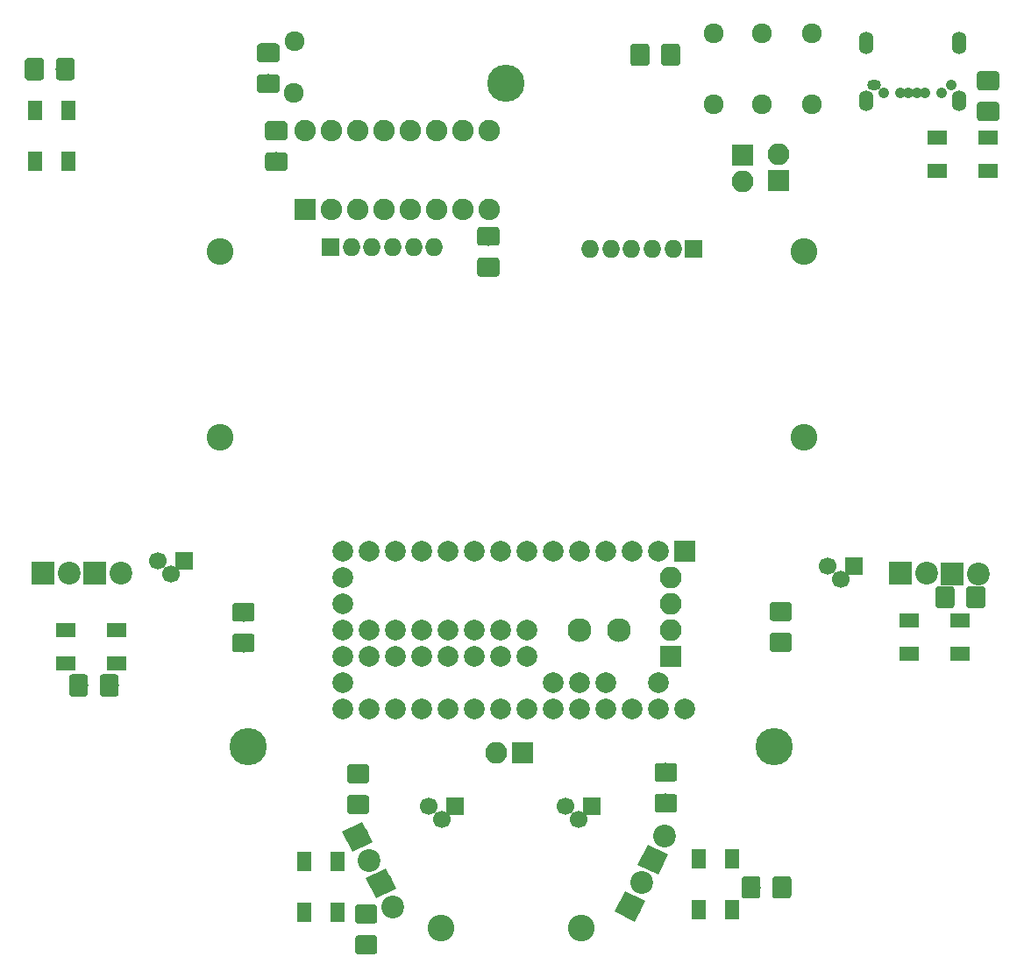
<source format=gbr>
G04 #@! TF.GenerationSoftware,KiCad,Pcbnew,(5.0.0-3-g5ebb6b6)*
G04 #@! TF.CreationDate,2020-04-02T13:12:42-07:00*
G04 #@! TF.ProjectId,mouse_v2,6D6F7573655F76322E6B696361645F70,rev?*
G04 #@! TF.SameCoordinates,Original*
G04 #@! TF.FileFunction,Soldermask,Bot*
G04 #@! TF.FilePolarity,Negative*
%FSLAX46Y46*%
G04 Gerber Fmt 4.6, Leading zero omitted, Abs format (unit mm)*
G04 Created by KiCad (PCBNEW (5.0.0-3-g5ebb6b6)) date Thursday, April 02, 2020 at 01:12:42 PM*
%MOMM*%
%LPD*%
G01*
G04 APERTURE LIST*
%ADD10R,2.200000X2.200000*%
%ADD11C,2.200000*%
%ADD12C,2.584400*%
%ADD13C,0.100000*%
%ADD14R,2.100000X2.100000*%
%ADD15O,2.100000X2.100000*%
%ADD16C,2.000000*%
%ADD17R,2.000000X2.000000*%
%ADD18C,2.300000*%
%ADD19R,2.076400X2.076400*%
%ADD20C,2.076400*%
%ADD21C,1.924000*%
%ADD22R,1.700000X1.700000*%
%ADD23C,1.700000*%
%ADD24R,1.900000X1.400000*%
%ADD25R,1.400000X1.900000*%
%ADD26O,1.750000X1.750000*%
%ADD27R,1.750000X1.750000*%
%ADD28C,1.825000*%
%ADD29C,3.600000*%
%ADD30O,1.400000X2.000000*%
%ADD31C,1.050000*%
%ADD32O,1.350000X1.050000*%
%ADD33O,1.400000X2.200000*%
G04 APERTURE END LIST*
D10*
G04 #@! TO.C,Q2*
X114820189Y-109344845D03*
D11*
X117360189Y-109344845D03*
G04 #@! TD*
G04 #@! TO.C,D0*
X200164700Y-109397800D03*
D10*
X197624700Y-109397800D03*
G04 #@! TD*
D12*
G04 #@! TO.C,M3*
X166782700Y-143624300D03*
X153282700Y-143624300D03*
G04 #@! TD*
D11*
G04 #@! TO.C,Q1*
X174856642Y-134785267D03*
X173723300Y-137058400D03*
D13*
G36*
X174216910Y-138533645D02*
X172248055Y-137552010D01*
X173229690Y-135583155D01*
X175198545Y-136564790D01*
X174216910Y-138533645D01*
X174216910Y-138533645D01*
G37*
G04 #@! TD*
D14*
G04 #@! TO.C,BT1*
X185849260Y-71445120D03*
D15*
X185849260Y-68905120D03*
G04 #@! TD*
D11*
G04 #@! TO.C,D1*
X171500800Y-141566900D03*
D13*
G36*
X171994410Y-143042145D02*
X170025555Y-142060510D01*
X171007190Y-140091655D01*
X172976045Y-141073290D01*
X171994410Y-143042145D01*
X171994410Y-143042145D01*
G37*
D11*
X172634142Y-139293767D03*
G04 #@! TD*
G04 #@! TO.C,D2*
X122377200Y-109334300D03*
D10*
X119837200Y-109334300D03*
G04 #@! TD*
D11*
G04 #@! TO.C,D3*
X147447000Y-139344400D03*
D13*
G36*
X145971755Y-138850790D02*
X147940610Y-137869155D01*
X148922245Y-139838010D01*
X146953390Y-140819645D01*
X145971755Y-138850790D01*
X145971755Y-138850790D01*
G37*
D11*
X148580342Y-141617533D03*
G04 #@! TD*
D10*
G04 #@! TO.C,Q0*
X202637877Y-109413445D03*
D11*
X205177877Y-109413445D03*
G04 #@! TD*
G04 #@! TO.C,Q3*
X146304000Y-137121900D03*
X145170658Y-134848767D03*
D13*
G36*
X143695413Y-134355157D02*
X145664268Y-133373522D01*
X146645903Y-135342377D01*
X144677048Y-136324012D01*
X143695413Y-134355157D01*
X143695413Y-134355157D01*
G37*
G04 #@! TD*
D16*
G04 #@! TO.C,U1*
X143764000Y-114858800D03*
X143764000Y-117398800D03*
X143764000Y-119938800D03*
X143764000Y-122478800D03*
X143764000Y-112318800D03*
X143764000Y-109778800D03*
X143764000Y-107238800D03*
X146304000Y-122478800D03*
X148844000Y-122478800D03*
X151384000Y-122478800D03*
X153924000Y-122478800D03*
X156464000Y-122478800D03*
X159004000Y-122478800D03*
X161544000Y-122478800D03*
X164084000Y-122478800D03*
X166624000Y-122478800D03*
X169164000Y-122478800D03*
X171704000Y-122478800D03*
X174244000Y-122478800D03*
X176784000Y-122478800D03*
X174244000Y-119938800D03*
X169164000Y-119938800D03*
X166624000Y-119938800D03*
X164084000Y-119938800D03*
X146304000Y-107238800D03*
X148844000Y-107238800D03*
X151384000Y-107238800D03*
X153924000Y-107238800D03*
X156464000Y-107238800D03*
X159004000Y-107238800D03*
X161544000Y-107238800D03*
X164084000Y-107238800D03*
X166624000Y-107238800D03*
X169164000Y-107238800D03*
X171704000Y-107238800D03*
X174244000Y-107238800D03*
D17*
X176784000Y-107238800D03*
D16*
X161544000Y-114858800D03*
X159004000Y-114858800D03*
X156464000Y-114858800D03*
X153924000Y-114858800D03*
X151384000Y-114858800D03*
X148844000Y-114858800D03*
X146304000Y-114858800D03*
X146304000Y-117398800D03*
X148844000Y-117398800D03*
X151384000Y-117398800D03*
X153924000Y-117398800D03*
X156464000Y-117398800D03*
X159004000Y-117398800D03*
X161544000Y-117398800D03*
D18*
X166624000Y-114858800D03*
X170434000Y-114858800D03*
G04 #@! TD*
D19*
G04 #@! TO.C,U2*
X140098780Y-74213720D03*
D20*
X142638780Y-74213720D03*
X145178780Y-74213720D03*
X147718780Y-74213720D03*
X150258780Y-74213720D03*
X152798780Y-74213720D03*
X155338780Y-74213720D03*
X157878780Y-74213720D03*
X157878780Y-66593720D03*
X155338780Y-66593720D03*
X152798780Y-66593720D03*
X150258780Y-66593720D03*
X147718780Y-66593720D03*
X145178780Y-66593720D03*
X142638780Y-66593720D03*
X140098780Y-66593720D03*
G04 #@! TD*
D12*
G04 #@! TO.C,M1*
X131873000Y-96274400D03*
X131873000Y-78274400D03*
G04 #@! TD*
G04 #@! TO.C,M2*
X188294000Y-78274400D03*
X188294000Y-96274400D03*
G04 #@! TD*
D21*
G04 #@! TO.C,BZ1*
X139014200Y-62952000D03*
X139064200Y-57952000D03*
G04 #@! TD*
D22*
G04 #@! TO.C,T0*
X193113660Y-108666280D03*
D23*
X190573660Y-108666280D03*
X191843660Y-109936280D03*
G04 #@! TD*
G04 #@! TO.C,T1*
X166504620Y-133167120D03*
X165234620Y-131897120D03*
D22*
X167774620Y-131897120D03*
G04 #@! TD*
D23*
G04 #@! TO.C,T2*
X127205740Y-109466380D03*
X125935740Y-108196380D03*
D22*
X128475740Y-108196380D03*
G04 #@! TD*
G04 #@! TO.C,T3*
X154584400Y-131909820D03*
D23*
X152044400Y-131909820D03*
X153314400Y-133179820D03*
G04 #@! TD*
D15*
G04 #@! TO.C,J2*
X158600140Y-126733300D03*
D14*
X161140140Y-126733300D03*
G04 #@! TD*
G04 #@! TO.C,J4*
X182344060Y-68955920D03*
D15*
X182344060Y-71495920D03*
G04 #@! TD*
D24*
G04 #@! TO.C,D6*
X198494480Y-117139520D03*
X198494480Y-113939520D03*
X203394480Y-117139520D03*
X203394480Y-113939520D03*
G04 #@! TD*
G04 #@! TO.C,D7*
X206066560Y-67289880D03*
X206066560Y-70489880D03*
X201166560Y-67289880D03*
X201166560Y-70489880D03*
G04 #@! TD*
D25*
G04 #@! TO.C,D10*
X117243660Y-69597440D03*
X114043660Y-69597440D03*
X117243660Y-64697440D03*
X114043660Y-64697440D03*
G04 #@! TD*
D24*
G04 #@! TO.C,D11*
X117044300Y-118053920D03*
X117044300Y-114853920D03*
X121944300Y-118053920D03*
X121944300Y-114853920D03*
G04 #@! TD*
D26*
G04 #@! TO.C,U4*
X167655240Y-78038960D03*
X169655240Y-78038960D03*
X171655240Y-78038960D03*
X173655240Y-78038960D03*
X175655240Y-78038960D03*
D27*
X177655240Y-78038960D03*
G04 #@! TD*
G04 #@! TO.C,U5*
X142595600Y-77901800D03*
D26*
X144595600Y-77901800D03*
X146595600Y-77901800D03*
X148595600Y-77901800D03*
X150595600Y-77901800D03*
X152595600Y-77901800D03*
G04 #@! TD*
D13*
G04 #@! TO.C,C1*
G36*
X205509327Y-110617962D02*
X205540407Y-110622572D01*
X205570886Y-110630207D01*
X205600470Y-110640792D01*
X205628874Y-110654226D01*
X205655824Y-110670379D01*
X205681062Y-110689097D01*
X205704343Y-110710197D01*
X205725443Y-110733478D01*
X205744161Y-110758716D01*
X205760314Y-110785666D01*
X205773748Y-110814070D01*
X205784333Y-110843654D01*
X205791968Y-110874133D01*
X205796578Y-110905213D01*
X205798120Y-110936596D01*
X205798120Y-112446244D01*
X205796578Y-112477627D01*
X205791968Y-112508707D01*
X205784333Y-112539186D01*
X205773748Y-112568770D01*
X205760314Y-112597174D01*
X205744161Y-112624124D01*
X205725443Y-112649362D01*
X205704343Y-112672643D01*
X205681062Y-112693743D01*
X205655824Y-112712461D01*
X205628874Y-112728614D01*
X205600470Y-112742048D01*
X205570886Y-112752633D01*
X205540407Y-112760268D01*
X205509327Y-112764878D01*
X205477944Y-112766420D01*
X204293296Y-112766420D01*
X204261913Y-112764878D01*
X204230833Y-112760268D01*
X204200354Y-112752633D01*
X204170770Y-112742048D01*
X204142366Y-112728614D01*
X204115416Y-112712461D01*
X204090178Y-112693743D01*
X204066897Y-112672643D01*
X204045797Y-112649362D01*
X204027079Y-112624124D01*
X204010926Y-112597174D01*
X203997492Y-112568770D01*
X203986907Y-112539186D01*
X203979272Y-112508707D01*
X203974662Y-112477627D01*
X203973120Y-112446244D01*
X203973120Y-110936596D01*
X203974662Y-110905213D01*
X203979272Y-110874133D01*
X203986907Y-110843654D01*
X203997492Y-110814070D01*
X204010926Y-110785666D01*
X204027079Y-110758716D01*
X204045797Y-110733478D01*
X204066897Y-110710197D01*
X204090178Y-110689097D01*
X204115416Y-110670379D01*
X204142366Y-110654226D01*
X204170770Y-110640792D01*
X204200354Y-110630207D01*
X204230833Y-110622572D01*
X204261913Y-110617962D01*
X204293296Y-110616420D01*
X205477944Y-110616420D01*
X205509327Y-110617962D01*
X205509327Y-110617962D01*
G37*
D28*
X204885620Y-111691420D03*
D13*
G36*
X202534327Y-110617962D02*
X202565407Y-110622572D01*
X202595886Y-110630207D01*
X202625470Y-110640792D01*
X202653874Y-110654226D01*
X202680824Y-110670379D01*
X202706062Y-110689097D01*
X202729343Y-110710197D01*
X202750443Y-110733478D01*
X202769161Y-110758716D01*
X202785314Y-110785666D01*
X202798748Y-110814070D01*
X202809333Y-110843654D01*
X202816968Y-110874133D01*
X202821578Y-110905213D01*
X202823120Y-110936596D01*
X202823120Y-112446244D01*
X202821578Y-112477627D01*
X202816968Y-112508707D01*
X202809333Y-112539186D01*
X202798748Y-112568770D01*
X202785314Y-112597174D01*
X202769161Y-112624124D01*
X202750443Y-112649362D01*
X202729343Y-112672643D01*
X202706062Y-112693743D01*
X202680824Y-112712461D01*
X202653874Y-112728614D01*
X202625470Y-112742048D01*
X202595886Y-112752633D01*
X202565407Y-112760268D01*
X202534327Y-112764878D01*
X202502944Y-112766420D01*
X201318296Y-112766420D01*
X201286913Y-112764878D01*
X201255833Y-112760268D01*
X201225354Y-112752633D01*
X201195770Y-112742048D01*
X201167366Y-112728614D01*
X201140416Y-112712461D01*
X201115178Y-112693743D01*
X201091897Y-112672643D01*
X201070797Y-112649362D01*
X201052079Y-112624124D01*
X201035926Y-112597174D01*
X201022492Y-112568770D01*
X201011907Y-112539186D01*
X201004272Y-112508707D01*
X200999662Y-112477627D01*
X200998120Y-112446244D01*
X200998120Y-110936596D01*
X200999662Y-110905213D01*
X201004272Y-110874133D01*
X201011907Y-110843654D01*
X201022492Y-110814070D01*
X201035926Y-110785666D01*
X201052079Y-110758716D01*
X201070797Y-110733478D01*
X201091897Y-110710197D01*
X201115178Y-110689097D01*
X201140416Y-110670379D01*
X201167366Y-110654226D01*
X201195770Y-110640792D01*
X201225354Y-110630207D01*
X201255833Y-110622572D01*
X201286913Y-110617962D01*
X201318296Y-110616420D01*
X202502944Y-110616420D01*
X202534327Y-110617962D01*
X202534327Y-110617962D01*
G37*
D28*
X201910620Y-111691420D03*
G04 #@! TD*
D13*
G04 #@! TO.C,C2*
G36*
X158598947Y-75917362D02*
X158630027Y-75921972D01*
X158660506Y-75929607D01*
X158690090Y-75940192D01*
X158718494Y-75953626D01*
X158745444Y-75969779D01*
X158770682Y-75988497D01*
X158793963Y-76009597D01*
X158815063Y-76032878D01*
X158833781Y-76058116D01*
X158849934Y-76085066D01*
X158863368Y-76113470D01*
X158873953Y-76143054D01*
X158881588Y-76173533D01*
X158886198Y-76204613D01*
X158887740Y-76235996D01*
X158887740Y-77420644D01*
X158886198Y-77452027D01*
X158881588Y-77483107D01*
X158873953Y-77513586D01*
X158863368Y-77543170D01*
X158849934Y-77571574D01*
X158833781Y-77598524D01*
X158815063Y-77623762D01*
X158793963Y-77647043D01*
X158770682Y-77668143D01*
X158745444Y-77686861D01*
X158718494Y-77703014D01*
X158690090Y-77716448D01*
X158660506Y-77727033D01*
X158630027Y-77734668D01*
X158598947Y-77739278D01*
X158567564Y-77740820D01*
X157057916Y-77740820D01*
X157026533Y-77739278D01*
X156995453Y-77734668D01*
X156964974Y-77727033D01*
X156935390Y-77716448D01*
X156906986Y-77703014D01*
X156880036Y-77686861D01*
X156854798Y-77668143D01*
X156831517Y-77647043D01*
X156810417Y-77623762D01*
X156791699Y-77598524D01*
X156775546Y-77571574D01*
X156762112Y-77543170D01*
X156751527Y-77513586D01*
X156743892Y-77483107D01*
X156739282Y-77452027D01*
X156737740Y-77420644D01*
X156737740Y-76235996D01*
X156739282Y-76204613D01*
X156743892Y-76173533D01*
X156751527Y-76143054D01*
X156762112Y-76113470D01*
X156775546Y-76085066D01*
X156791699Y-76058116D01*
X156810417Y-76032878D01*
X156831517Y-76009597D01*
X156854798Y-75988497D01*
X156880036Y-75969779D01*
X156906986Y-75953626D01*
X156935390Y-75940192D01*
X156964974Y-75929607D01*
X156995453Y-75921972D01*
X157026533Y-75917362D01*
X157057916Y-75915820D01*
X158567564Y-75915820D01*
X158598947Y-75917362D01*
X158598947Y-75917362D01*
G37*
D28*
X157812740Y-76828320D03*
D13*
G36*
X158598947Y-78892362D02*
X158630027Y-78896972D01*
X158660506Y-78904607D01*
X158690090Y-78915192D01*
X158718494Y-78928626D01*
X158745444Y-78944779D01*
X158770682Y-78963497D01*
X158793963Y-78984597D01*
X158815063Y-79007878D01*
X158833781Y-79033116D01*
X158849934Y-79060066D01*
X158863368Y-79088470D01*
X158873953Y-79118054D01*
X158881588Y-79148533D01*
X158886198Y-79179613D01*
X158887740Y-79210996D01*
X158887740Y-80395644D01*
X158886198Y-80427027D01*
X158881588Y-80458107D01*
X158873953Y-80488586D01*
X158863368Y-80518170D01*
X158849934Y-80546574D01*
X158833781Y-80573524D01*
X158815063Y-80598762D01*
X158793963Y-80622043D01*
X158770682Y-80643143D01*
X158745444Y-80661861D01*
X158718494Y-80678014D01*
X158690090Y-80691448D01*
X158660506Y-80702033D01*
X158630027Y-80709668D01*
X158598947Y-80714278D01*
X158567564Y-80715820D01*
X157057916Y-80715820D01*
X157026533Y-80714278D01*
X156995453Y-80709668D01*
X156964974Y-80702033D01*
X156935390Y-80691448D01*
X156906986Y-80678014D01*
X156880036Y-80661861D01*
X156854798Y-80643143D01*
X156831517Y-80622043D01*
X156810417Y-80598762D01*
X156791699Y-80573524D01*
X156775546Y-80546574D01*
X156762112Y-80518170D01*
X156751527Y-80488586D01*
X156743892Y-80458107D01*
X156739282Y-80427027D01*
X156737740Y-80395644D01*
X156737740Y-79210996D01*
X156739282Y-79179613D01*
X156743892Y-79148533D01*
X156751527Y-79118054D01*
X156762112Y-79088470D01*
X156775546Y-79060066D01*
X156791699Y-79033116D01*
X156810417Y-79007878D01*
X156831517Y-78984597D01*
X156854798Y-78963497D01*
X156880036Y-78944779D01*
X156906986Y-78928626D01*
X156935390Y-78915192D01*
X156964974Y-78904607D01*
X156995453Y-78896972D01*
X157026533Y-78892362D01*
X157057916Y-78890820D01*
X158567564Y-78890820D01*
X158598947Y-78892362D01*
X158598947Y-78892362D01*
G37*
D28*
X157812740Y-79803320D03*
G04 #@! TD*
D13*
G04 #@! TO.C,C3*
G36*
X138118927Y-68691722D02*
X138150007Y-68696332D01*
X138180486Y-68703967D01*
X138210070Y-68714552D01*
X138238474Y-68727986D01*
X138265424Y-68744139D01*
X138290662Y-68762857D01*
X138313943Y-68783957D01*
X138335043Y-68807238D01*
X138353761Y-68832476D01*
X138369914Y-68859426D01*
X138383348Y-68887830D01*
X138393933Y-68917414D01*
X138401568Y-68947893D01*
X138406178Y-68978973D01*
X138407720Y-69010356D01*
X138407720Y-70195004D01*
X138406178Y-70226387D01*
X138401568Y-70257467D01*
X138393933Y-70287946D01*
X138383348Y-70317530D01*
X138369914Y-70345934D01*
X138353761Y-70372884D01*
X138335043Y-70398122D01*
X138313943Y-70421403D01*
X138290662Y-70442503D01*
X138265424Y-70461221D01*
X138238474Y-70477374D01*
X138210070Y-70490808D01*
X138180486Y-70501393D01*
X138150007Y-70509028D01*
X138118927Y-70513638D01*
X138087544Y-70515180D01*
X136577896Y-70515180D01*
X136546513Y-70513638D01*
X136515433Y-70509028D01*
X136484954Y-70501393D01*
X136455370Y-70490808D01*
X136426966Y-70477374D01*
X136400016Y-70461221D01*
X136374778Y-70442503D01*
X136351497Y-70421403D01*
X136330397Y-70398122D01*
X136311679Y-70372884D01*
X136295526Y-70345934D01*
X136282092Y-70317530D01*
X136271507Y-70287946D01*
X136263872Y-70257467D01*
X136259262Y-70226387D01*
X136257720Y-70195004D01*
X136257720Y-69010356D01*
X136259262Y-68978973D01*
X136263872Y-68947893D01*
X136271507Y-68917414D01*
X136282092Y-68887830D01*
X136295526Y-68859426D01*
X136311679Y-68832476D01*
X136330397Y-68807238D01*
X136351497Y-68783957D01*
X136374778Y-68762857D01*
X136400016Y-68744139D01*
X136426966Y-68727986D01*
X136455370Y-68714552D01*
X136484954Y-68703967D01*
X136515433Y-68696332D01*
X136546513Y-68691722D01*
X136577896Y-68690180D01*
X138087544Y-68690180D01*
X138118927Y-68691722D01*
X138118927Y-68691722D01*
G37*
D28*
X137332720Y-69602680D03*
D13*
G36*
X138118927Y-65716722D02*
X138150007Y-65721332D01*
X138180486Y-65728967D01*
X138210070Y-65739552D01*
X138238474Y-65752986D01*
X138265424Y-65769139D01*
X138290662Y-65787857D01*
X138313943Y-65808957D01*
X138335043Y-65832238D01*
X138353761Y-65857476D01*
X138369914Y-65884426D01*
X138383348Y-65912830D01*
X138393933Y-65942414D01*
X138401568Y-65972893D01*
X138406178Y-66003973D01*
X138407720Y-66035356D01*
X138407720Y-67220004D01*
X138406178Y-67251387D01*
X138401568Y-67282467D01*
X138393933Y-67312946D01*
X138383348Y-67342530D01*
X138369914Y-67370934D01*
X138353761Y-67397884D01*
X138335043Y-67423122D01*
X138313943Y-67446403D01*
X138290662Y-67467503D01*
X138265424Y-67486221D01*
X138238474Y-67502374D01*
X138210070Y-67515808D01*
X138180486Y-67526393D01*
X138150007Y-67534028D01*
X138118927Y-67538638D01*
X138087544Y-67540180D01*
X136577896Y-67540180D01*
X136546513Y-67538638D01*
X136515433Y-67534028D01*
X136484954Y-67526393D01*
X136455370Y-67515808D01*
X136426966Y-67502374D01*
X136400016Y-67486221D01*
X136374778Y-67467503D01*
X136351497Y-67446403D01*
X136330397Y-67423122D01*
X136311679Y-67397884D01*
X136295526Y-67370934D01*
X136282092Y-67342530D01*
X136271507Y-67312946D01*
X136263872Y-67282467D01*
X136259262Y-67251387D01*
X136257720Y-67220004D01*
X136257720Y-66035356D01*
X136259262Y-66003973D01*
X136263872Y-65972893D01*
X136271507Y-65942414D01*
X136282092Y-65912830D01*
X136295526Y-65884426D01*
X136311679Y-65857476D01*
X136330397Y-65832238D01*
X136351497Y-65808957D01*
X136374778Y-65787857D01*
X136400016Y-65769139D01*
X136426966Y-65752986D01*
X136455370Y-65739552D01*
X136484954Y-65728967D01*
X136515433Y-65721332D01*
X136546513Y-65716722D01*
X136577896Y-65715180D01*
X138087544Y-65715180D01*
X138118927Y-65716722D01*
X138118927Y-65716722D01*
G37*
D28*
X137332720Y-66627680D03*
G04 #@! TD*
D13*
G04 #@! TO.C,C4*
G36*
X206869107Y-60878022D02*
X206900187Y-60882632D01*
X206930666Y-60890267D01*
X206960250Y-60900852D01*
X206988654Y-60914286D01*
X207015604Y-60930439D01*
X207040842Y-60949157D01*
X207064123Y-60970257D01*
X207085223Y-60993538D01*
X207103941Y-61018776D01*
X207120094Y-61045726D01*
X207133528Y-61074130D01*
X207144113Y-61103714D01*
X207151748Y-61134193D01*
X207156358Y-61165273D01*
X207157900Y-61196656D01*
X207157900Y-62381304D01*
X207156358Y-62412687D01*
X207151748Y-62443767D01*
X207144113Y-62474246D01*
X207133528Y-62503830D01*
X207120094Y-62532234D01*
X207103941Y-62559184D01*
X207085223Y-62584422D01*
X207064123Y-62607703D01*
X207040842Y-62628803D01*
X207015604Y-62647521D01*
X206988654Y-62663674D01*
X206960250Y-62677108D01*
X206930666Y-62687693D01*
X206900187Y-62695328D01*
X206869107Y-62699938D01*
X206837724Y-62701480D01*
X205328076Y-62701480D01*
X205296693Y-62699938D01*
X205265613Y-62695328D01*
X205235134Y-62687693D01*
X205205550Y-62677108D01*
X205177146Y-62663674D01*
X205150196Y-62647521D01*
X205124958Y-62628803D01*
X205101677Y-62607703D01*
X205080577Y-62584422D01*
X205061859Y-62559184D01*
X205045706Y-62532234D01*
X205032272Y-62503830D01*
X205021687Y-62474246D01*
X205014052Y-62443767D01*
X205009442Y-62412687D01*
X205007900Y-62381304D01*
X205007900Y-61196656D01*
X205009442Y-61165273D01*
X205014052Y-61134193D01*
X205021687Y-61103714D01*
X205032272Y-61074130D01*
X205045706Y-61045726D01*
X205061859Y-61018776D01*
X205080577Y-60993538D01*
X205101677Y-60970257D01*
X205124958Y-60949157D01*
X205150196Y-60930439D01*
X205177146Y-60914286D01*
X205205550Y-60900852D01*
X205235134Y-60890267D01*
X205265613Y-60882632D01*
X205296693Y-60878022D01*
X205328076Y-60876480D01*
X206837724Y-60876480D01*
X206869107Y-60878022D01*
X206869107Y-60878022D01*
G37*
D28*
X206082900Y-61788980D03*
D13*
G36*
X206869107Y-63853022D02*
X206900187Y-63857632D01*
X206930666Y-63865267D01*
X206960250Y-63875852D01*
X206988654Y-63889286D01*
X207015604Y-63905439D01*
X207040842Y-63924157D01*
X207064123Y-63945257D01*
X207085223Y-63968538D01*
X207103941Y-63993776D01*
X207120094Y-64020726D01*
X207133528Y-64049130D01*
X207144113Y-64078714D01*
X207151748Y-64109193D01*
X207156358Y-64140273D01*
X207157900Y-64171656D01*
X207157900Y-65356304D01*
X207156358Y-65387687D01*
X207151748Y-65418767D01*
X207144113Y-65449246D01*
X207133528Y-65478830D01*
X207120094Y-65507234D01*
X207103941Y-65534184D01*
X207085223Y-65559422D01*
X207064123Y-65582703D01*
X207040842Y-65603803D01*
X207015604Y-65622521D01*
X206988654Y-65638674D01*
X206960250Y-65652108D01*
X206930666Y-65662693D01*
X206900187Y-65670328D01*
X206869107Y-65674938D01*
X206837724Y-65676480D01*
X205328076Y-65676480D01*
X205296693Y-65674938D01*
X205265613Y-65670328D01*
X205235134Y-65662693D01*
X205205550Y-65652108D01*
X205177146Y-65638674D01*
X205150196Y-65622521D01*
X205124958Y-65603803D01*
X205101677Y-65582703D01*
X205080577Y-65559422D01*
X205061859Y-65534184D01*
X205045706Y-65507234D01*
X205032272Y-65478830D01*
X205021687Y-65449246D01*
X205014052Y-65418767D01*
X205009442Y-65387687D01*
X205007900Y-65356304D01*
X205007900Y-64171656D01*
X205009442Y-64140273D01*
X205014052Y-64109193D01*
X205021687Y-64078714D01*
X205032272Y-64049130D01*
X205045706Y-64020726D01*
X205061859Y-63993776D01*
X205080577Y-63968538D01*
X205101677Y-63945257D01*
X205124958Y-63924157D01*
X205150196Y-63905439D01*
X205177146Y-63889286D01*
X205205550Y-63875852D01*
X205235134Y-63865267D01*
X205265613Y-63857632D01*
X205296693Y-63853022D01*
X205328076Y-63851480D01*
X206837724Y-63851480D01*
X206869107Y-63853022D01*
X206869107Y-63853022D01*
G37*
D28*
X206082900Y-64763980D03*
G04 #@! TD*
D13*
G04 #@! TO.C,C7*
G36*
X114599527Y-59602062D02*
X114630607Y-59606672D01*
X114661086Y-59614307D01*
X114690670Y-59624892D01*
X114719074Y-59638326D01*
X114746024Y-59654479D01*
X114771262Y-59673197D01*
X114794543Y-59694297D01*
X114815643Y-59717578D01*
X114834361Y-59742816D01*
X114850514Y-59769766D01*
X114863948Y-59798170D01*
X114874533Y-59827754D01*
X114882168Y-59858233D01*
X114886778Y-59889313D01*
X114888320Y-59920696D01*
X114888320Y-61430344D01*
X114886778Y-61461727D01*
X114882168Y-61492807D01*
X114874533Y-61523286D01*
X114863948Y-61552870D01*
X114850514Y-61581274D01*
X114834361Y-61608224D01*
X114815643Y-61633462D01*
X114794543Y-61656743D01*
X114771262Y-61677843D01*
X114746024Y-61696561D01*
X114719074Y-61712714D01*
X114690670Y-61726148D01*
X114661086Y-61736733D01*
X114630607Y-61744368D01*
X114599527Y-61748978D01*
X114568144Y-61750520D01*
X113383496Y-61750520D01*
X113352113Y-61748978D01*
X113321033Y-61744368D01*
X113290554Y-61736733D01*
X113260970Y-61726148D01*
X113232566Y-61712714D01*
X113205616Y-61696561D01*
X113180378Y-61677843D01*
X113157097Y-61656743D01*
X113135997Y-61633462D01*
X113117279Y-61608224D01*
X113101126Y-61581274D01*
X113087692Y-61552870D01*
X113077107Y-61523286D01*
X113069472Y-61492807D01*
X113064862Y-61461727D01*
X113063320Y-61430344D01*
X113063320Y-59920696D01*
X113064862Y-59889313D01*
X113069472Y-59858233D01*
X113077107Y-59827754D01*
X113087692Y-59798170D01*
X113101126Y-59769766D01*
X113117279Y-59742816D01*
X113135997Y-59717578D01*
X113157097Y-59694297D01*
X113180378Y-59673197D01*
X113205616Y-59654479D01*
X113232566Y-59638326D01*
X113260970Y-59624892D01*
X113290554Y-59614307D01*
X113321033Y-59606672D01*
X113352113Y-59602062D01*
X113383496Y-59600520D01*
X114568144Y-59600520D01*
X114599527Y-59602062D01*
X114599527Y-59602062D01*
G37*
D28*
X113975820Y-60675520D03*
D13*
G36*
X117574527Y-59602062D02*
X117605607Y-59606672D01*
X117636086Y-59614307D01*
X117665670Y-59624892D01*
X117694074Y-59638326D01*
X117721024Y-59654479D01*
X117746262Y-59673197D01*
X117769543Y-59694297D01*
X117790643Y-59717578D01*
X117809361Y-59742816D01*
X117825514Y-59769766D01*
X117838948Y-59798170D01*
X117849533Y-59827754D01*
X117857168Y-59858233D01*
X117861778Y-59889313D01*
X117863320Y-59920696D01*
X117863320Y-61430344D01*
X117861778Y-61461727D01*
X117857168Y-61492807D01*
X117849533Y-61523286D01*
X117838948Y-61552870D01*
X117825514Y-61581274D01*
X117809361Y-61608224D01*
X117790643Y-61633462D01*
X117769543Y-61656743D01*
X117746262Y-61677843D01*
X117721024Y-61696561D01*
X117694074Y-61712714D01*
X117665670Y-61726148D01*
X117636086Y-61736733D01*
X117605607Y-61744368D01*
X117574527Y-61748978D01*
X117543144Y-61750520D01*
X116358496Y-61750520D01*
X116327113Y-61748978D01*
X116296033Y-61744368D01*
X116265554Y-61736733D01*
X116235970Y-61726148D01*
X116207566Y-61712714D01*
X116180616Y-61696561D01*
X116155378Y-61677843D01*
X116132097Y-61656743D01*
X116110997Y-61633462D01*
X116092279Y-61608224D01*
X116076126Y-61581274D01*
X116062692Y-61552870D01*
X116052107Y-61523286D01*
X116044472Y-61492807D01*
X116039862Y-61461727D01*
X116038320Y-61430344D01*
X116038320Y-59920696D01*
X116039862Y-59889313D01*
X116044472Y-59858233D01*
X116052107Y-59827754D01*
X116062692Y-59798170D01*
X116076126Y-59769766D01*
X116092279Y-59742816D01*
X116110997Y-59717578D01*
X116132097Y-59694297D01*
X116155378Y-59673197D01*
X116180616Y-59654479D01*
X116207566Y-59638326D01*
X116235970Y-59624892D01*
X116265554Y-59614307D01*
X116296033Y-59606672D01*
X116327113Y-59602062D01*
X116358496Y-59600520D01*
X117543144Y-59600520D01*
X117574527Y-59602062D01*
X117574527Y-59602062D01*
G37*
D28*
X116950820Y-60675520D03*
G04 #@! TD*
D13*
G04 #@! TO.C,C8*
G36*
X118864187Y-119139662D02*
X118895267Y-119144272D01*
X118925746Y-119151907D01*
X118955330Y-119162492D01*
X118983734Y-119175926D01*
X119010684Y-119192079D01*
X119035922Y-119210797D01*
X119059203Y-119231897D01*
X119080303Y-119255178D01*
X119099021Y-119280416D01*
X119115174Y-119307366D01*
X119128608Y-119335770D01*
X119139193Y-119365354D01*
X119146828Y-119395833D01*
X119151438Y-119426913D01*
X119152980Y-119458296D01*
X119152980Y-120967944D01*
X119151438Y-120999327D01*
X119146828Y-121030407D01*
X119139193Y-121060886D01*
X119128608Y-121090470D01*
X119115174Y-121118874D01*
X119099021Y-121145824D01*
X119080303Y-121171062D01*
X119059203Y-121194343D01*
X119035922Y-121215443D01*
X119010684Y-121234161D01*
X118983734Y-121250314D01*
X118955330Y-121263748D01*
X118925746Y-121274333D01*
X118895267Y-121281968D01*
X118864187Y-121286578D01*
X118832804Y-121288120D01*
X117648156Y-121288120D01*
X117616773Y-121286578D01*
X117585693Y-121281968D01*
X117555214Y-121274333D01*
X117525630Y-121263748D01*
X117497226Y-121250314D01*
X117470276Y-121234161D01*
X117445038Y-121215443D01*
X117421757Y-121194343D01*
X117400657Y-121171062D01*
X117381939Y-121145824D01*
X117365786Y-121118874D01*
X117352352Y-121090470D01*
X117341767Y-121060886D01*
X117334132Y-121030407D01*
X117329522Y-120999327D01*
X117327980Y-120967944D01*
X117327980Y-119458296D01*
X117329522Y-119426913D01*
X117334132Y-119395833D01*
X117341767Y-119365354D01*
X117352352Y-119335770D01*
X117365786Y-119307366D01*
X117381939Y-119280416D01*
X117400657Y-119255178D01*
X117421757Y-119231897D01*
X117445038Y-119210797D01*
X117470276Y-119192079D01*
X117497226Y-119175926D01*
X117525630Y-119162492D01*
X117555214Y-119151907D01*
X117585693Y-119144272D01*
X117616773Y-119139662D01*
X117648156Y-119138120D01*
X118832804Y-119138120D01*
X118864187Y-119139662D01*
X118864187Y-119139662D01*
G37*
D28*
X118240480Y-120213120D03*
D13*
G36*
X121839187Y-119139662D02*
X121870267Y-119144272D01*
X121900746Y-119151907D01*
X121930330Y-119162492D01*
X121958734Y-119175926D01*
X121985684Y-119192079D01*
X122010922Y-119210797D01*
X122034203Y-119231897D01*
X122055303Y-119255178D01*
X122074021Y-119280416D01*
X122090174Y-119307366D01*
X122103608Y-119335770D01*
X122114193Y-119365354D01*
X122121828Y-119395833D01*
X122126438Y-119426913D01*
X122127980Y-119458296D01*
X122127980Y-120967944D01*
X122126438Y-120999327D01*
X122121828Y-121030407D01*
X122114193Y-121060886D01*
X122103608Y-121090470D01*
X122090174Y-121118874D01*
X122074021Y-121145824D01*
X122055303Y-121171062D01*
X122034203Y-121194343D01*
X122010922Y-121215443D01*
X121985684Y-121234161D01*
X121958734Y-121250314D01*
X121930330Y-121263748D01*
X121900746Y-121274333D01*
X121870267Y-121281968D01*
X121839187Y-121286578D01*
X121807804Y-121288120D01*
X120623156Y-121288120D01*
X120591773Y-121286578D01*
X120560693Y-121281968D01*
X120530214Y-121274333D01*
X120500630Y-121263748D01*
X120472226Y-121250314D01*
X120445276Y-121234161D01*
X120420038Y-121215443D01*
X120396757Y-121194343D01*
X120375657Y-121171062D01*
X120356939Y-121145824D01*
X120340786Y-121118874D01*
X120327352Y-121090470D01*
X120316767Y-121060886D01*
X120309132Y-121030407D01*
X120304522Y-120999327D01*
X120302980Y-120967944D01*
X120302980Y-119458296D01*
X120304522Y-119426913D01*
X120309132Y-119395833D01*
X120316767Y-119365354D01*
X120327352Y-119335770D01*
X120340786Y-119307366D01*
X120356939Y-119280416D01*
X120375657Y-119255178D01*
X120396757Y-119231897D01*
X120420038Y-119210797D01*
X120445276Y-119192079D01*
X120472226Y-119175926D01*
X120500630Y-119162492D01*
X120530214Y-119151907D01*
X120560693Y-119144272D01*
X120591773Y-119139662D01*
X120623156Y-119138120D01*
X121807804Y-119138120D01*
X121839187Y-119139662D01*
X121839187Y-119139662D01*
G37*
D28*
X121215480Y-120213120D03*
G04 #@! TD*
D13*
G04 #@! TO.C,C10*
G36*
X173075407Y-58227922D02*
X173106487Y-58232532D01*
X173136966Y-58240167D01*
X173166550Y-58250752D01*
X173194954Y-58264186D01*
X173221904Y-58280339D01*
X173247142Y-58299057D01*
X173270423Y-58320157D01*
X173291523Y-58343438D01*
X173310241Y-58368676D01*
X173326394Y-58395626D01*
X173339828Y-58424030D01*
X173350413Y-58453614D01*
X173358048Y-58484093D01*
X173362658Y-58515173D01*
X173364200Y-58546556D01*
X173364200Y-60056204D01*
X173362658Y-60087587D01*
X173358048Y-60118667D01*
X173350413Y-60149146D01*
X173339828Y-60178730D01*
X173326394Y-60207134D01*
X173310241Y-60234084D01*
X173291523Y-60259322D01*
X173270423Y-60282603D01*
X173247142Y-60303703D01*
X173221904Y-60322421D01*
X173194954Y-60338574D01*
X173166550Y-60352008D01*
X173136966Y-60362593D01*
X173106487Y-60370228D01*
X173075407Y-60374838D01*
X173044024Y-60376380D01*
X171859376Y-60376380D01*
X171827993Y-60374838D01*
X171796913Y-60370228D01*
X171766434Y-60362593D01*
X171736850Y-60352008D01*
X171708446Y-60338574D01*
X171681496Y-60322421D01*
X171656258Y-60303703D01*
X171632977Y-60282603D01*
X171611877Y-60259322D01*
X171593159Y-60234084D01*
X171577006Y-60207134D01*
X171563572Y-60178730D01*
X171552987Y-60149146D01*
X171545352Y-60118667D01*
X171540742Y-60087587D01*
X171539200Y-60056204D01*
X171539200Y-58546556D01*
X171540742Y-58515173D01*
X171545352Y-58484093D01*
X171552987Y-58453614D01*
X171563572Y-58424030D01*
X171577006Y-58395626D01*
X171593159Y-58368676D01*
X171611877Y-58343438D01*
X171632977Y-58320157D01*
X171656258Y-58299057D01*
X171681496Y-58280339D01*
X171708446Y-58264186D01*
X171736850Y-58250752D01*
X171766434Y-58240167D01*
X171796913Y-58232532D01*
X171827993Y-58227922D01*
X171859376Y-58226380D01*
X173044024Y-58226380D01*
X173075407Y-58227922D01*
X173075407Y-58227922D01*
G37*
D28*
X172451700Y-59301380D03*
D13*
G36*
X176050407Y-58227922D02*
X176081487Y-58232532D01*
X176111966Y-58240167D01*
X176141550Y-58250752D01*
X176169954Y-58264186D01*
X176196904Y-58280339D01*
X176222142Y-58299057D01*
X176245423Y-58320157D01*
X176266523Y-58343438D01*
X176285241Y-58368676D01*
X176301394Y-58395626D01*
X176314828Y-58424030D01*
X176325413Y-58453614D01*
X176333048Y-58484093D01*
X176337658Y-58515173D01*
X176339200Y-58546556D01*
X176339200Y-60056204D01*
X176337658Y-60087587D01*
X176333048Y-60118667D01*
X176325413Y-60149146D01*
X176314828Y-60178730D01*
X176301394Y-60207134D01*
X176285241Y-60234084D01*
X176266523Y-60259322D01*
X176245423Y-60282603D01*
X176222142Y-60303703D01*
X176196904Y-60322421D01*
X176169954Y-60338574D01*
X176141550Y-60352008D01*
X176111966Y-60362593D01*
X176081487Y-60370228D01*
X176050407Y-60374838D01*
X176019024Y-60376380D01*
X174834376Y-60376380D01*
X174802993Y-60374838D01*
X174771913Y-60370228D01*
X174741434Y-60362593D01*
X174711850Y-60352008D01*
X174683446Y-60338574D01*
X174656496Y-60322421D01*
X174631258Y-60303703D01*
X174607977Y-60282603D01*
X174586877Y-60259322D01*
X174568159Y-60234084D01*
X174552006Y-60207134D01*
X174538572Y-60178730D01*
X174527987Y-60149146D01*
X174520352Y-60118667D01*
X174515742Y-60087587D01*
X174514200Y-60056204D01*
X174514200Y-58546556D01*
X174515742Y-58515173D01*
X174520352Y-58484093D01*
X174527987Y-58453614D01*
X174538572Y-58424030D01*
X174552006Y-58395626D01*
X174568159Y-58368676D01*
X174586877Y-58343438D01*
X174607977Y-58320157D01*
X174631258Y-58299057D01*
X174656496Y-58280339D01*
X174683446Y-58264186D01*
X174711850Y-58250752D01*
X174741434Y-58240167D01*
X174771913Y-58232532D01*
X174802993Y-58227922D01*
X174834376Y-58226380D01*
X176019024Y-58226380D01*
X176050407Y-58227922D01*
X176050407Y-58227922D01*
G37*
D28*
X175426700Y-59301380D03*
G04 #@! TD*
D13*
G04 #@! TO.C,C11*
G36*
X146815887Y-144360862D02*
X146846967Y-144365472D01*
X146877446Y-144373107D01*
X146907030Y-144383692D01*
X146935434Y-144397126D01*
X146962384Y-144413279D01*
X146987622Y-144431997D01*
X147010903Y-144453097D01*
X147032003Y-144476378D01*
X147050721Y-144501616D01*
X147066874Y-144528566D01*
X147080308Y-144556970D01*
X147090893Y-144586554D01*
X147098528Y-144617033D01*
X147103138Y-144648113D01*
X147104680Y-144679496D01*
X147104680Y-145864144D01*
X147103138Y-145895527D01*
X147098528Y-145926607D01*
X147090893Y-145957086D01*
X147080308Y-145986670D01*
X147066874Y-146015074D01*
X147050721Y-146042024D01*
X147032003Y-146067262D01*
X147010903Y-146090543D01*
X146987622Y-146111643D01*
X146962384Y-146130361D01*
X146935434Y-146146514D01*
X146907030Y-146159948D01*
X146877446Y-146170533D01*
X146846967Y-146178168D01*
X146815887Y-146182778D01*
X146784504Y-146184320D01*
X145274856Y-146184320D01*
X145243473Y-146182778D01*
X145212393Y-146178168D01*
X145181914Y-146170533D01*
X145152330Y-146159948D01*
X145123926Y-146146514D01*
X145096976Y-146130361D01*
X145071738Y-146111643D01*
X145048457Y-146090543D01*
X145027357Y-146067262D01*
X145008639Y-146042024D01*
X144992486Y-146015074D01*
X144979052Y-145986670D01*
X144968467Y-145957086D01*
X144960832Y-145926607D01*
X144956222Y-145895527D01*
X144954680Y-145864144D01*
X144954680Y-144679496D01*
X144956222Y-144648113D01*
X144960832Y-144617033D01*
X144968467Y-144586554D01*
X144979052Y-144556970D01*
X144992486Y-144528566D01*
X145008639Y-144501616D01*
X145027357Y-144476378D01*
X145048457Y-144453097D01*
X145071738Y-144431997D01*
X145096976Y-144413279D01*
X145123926Y-144397126D01*
X145152330Y-144383692D01*
X145181914Y-144373107D01*
X145212393Y-144365472D01*
X145243473Y-144360862D01*
X145274856Y-144359320D01*
X146784504Y-144359320D01*
X146815887Y-144360862D01*
X146815887Y-144360862D01*
G37*
D28*
X146029680Y-145271820D03*
D13*
G36*
X146815887Y-141385862D02*
X146846967Y-141390472D01*
X146877446Y-141398107D01*
X146907030Y-141408692D01*
X146935434Y-141422126D01*
X146962384Y-141438279D01*
X146987622Y-141456997D01*
X147010903Y-141478097D01*
X147032003Y-141501378D01*
X147050721Y-141526616D01*
X147066874Y-141553566D01*
X147080308Y-141581970D01*
X147090893Y-141611554D01*
X147098528Y-141642033D01*
X147103138Y-141673113D01*
X147104680Y-141704496D01*
X147104680Y-142889144D01*
X147103138Y-142920527D01*
X147098528Y-142951607D01*
X147090893Y-142982086D01*
X147080308Y-143011670D01*
X147066874Y-143040074D01*
X147050721Y-143067024D01*
X147032003Y-143092262D01*
X147010903Y-143115543D01*
X146987622Y-143136643D01*
X146962384Y-143155361D01*
X146935434Y-143171514D01*
X146907030Y-143184948D01*
X146877446Y-143195533D01*
X146846967Y-143203168D01*
X146815887Y-143207778D01*
X146784504Y-143209320D01*
X145274856Y-143209320D01*
X145243473Y-143207778D01*
X145212393Y-143203168D01*
X145181914Y-143195533D01*
X145152330Y-143184948D01*
X145123926Y-143171514D01*
X145096976Y-143155361D01*
X145071738Y-143136643D01*
X145048457Y-143115543D01*
X145027357Y-143092262D01*
X145008639Y-143067024D01*
X144992486Y-143040074D01*
X144979052Y-143011670D01*
X144968467Y-142982086D01*
X144960832Y-142951607D01*
X144956222Y-142920527D01*
X144954680Y-142889144D01*
X144954680Y-141704496D01*
X144956222Y-141673113D01*
X144960832Y-141642033D01*
X144968467Y-141611554D01*
X144979052Y-141581970D01*
X144992486Y-141553566D01*
X145008639Y-141526616D01*
X145027357Y-141501378D01*
X145048457Y-141478097D01*
X145071738Y-141456997D01*
X145096976Y-141438279D01*
X145123926Y-141422126D01*
X145152330Y-141408692D01*
X145181914Y-141398107D01*
X145212393Y-141390472D01*
X145243473Y-141385862D01*
X145274856Y-141384320D01*
X146784504Y-141384320D01*
X146815887Y-141385862D01*
X146815887Y-141385862D01*
G37*
D28*
X146029680Y-142296820D03*
G04 #@! TD*
D13*
G04 #@! TO.C,C12*
G36*
X183809447Y-138651942D02*
X183840527Y-138656552D01*
X183871006Y-138664187D01*
X183900590Y-138674772D01*
X183928994Y-138688206D01*
X183955944Y-138704359D01*
X183981182Y-138723077D01*
X184004463Y-138744177D01*
X184025563Y-138767458D01*
X184044281Y-138792696D01*
X184060434Y-138819646D01*
X184073868Y-138848050D01*
X184084453Y-138877634D01*
X184092088Y-138908113D01*
X184096698Y-138939193D01*
X184098240Y-138970576D01*
X184098240Y-140480224D01*
X184096698Y-140511607D01*
X184092088Y-140542687D01*
X184084453Y-140573166D01*
X184073868Y-140602750D01*
X184060434Y-140631154D01*
X184044281Y-140658104D01*
X184025563Y-140683342D01*
X184004463Y-140706623D01*
X183981182Y-140727723D01*
X183955944Y-140746441D01*
X183928994Y-140762594D01*
X183900590Y-140776028D01*
X183871006Y-140786613D01*
X183840527Y-140794248D01*
X183809447Y-140798858D01*
X183778064Y-140800400D01*
X182593416Y-140800400D01*
X182562033Y-140798858D01*
X182530953Y-140794248D01*
X182500474Y-140786613D01*
X182470890Y-140776028D01*
X182442486Y-140762594D01*
X182415536Y-140746441D01*
X182390298Y-140727723D01*
X182367017Y-140706623D01*
X182345917Y-140683342D01*
X182327199Y-140658104D01*
X182311046Y-140631154D01*
X182297612Y-140602750D01*
X182287027Y-140573166D01*
X182279392Y-140542687D01*
X182274782Y-140511607D01*
X182273240Y-140480224D01*
X182273240Y-138970576D01*
X182274782Y-138939193D01*
X182279392Y-138908113D01*
X182287027Y-138877634D01*
X182297612Y-138848050D01*
X182311046Y-138819646D01*
X182327199Y-138792696D01*
X182345917Y-138767458D01*
X182367017Y-138744177D01*
X182390298Y-138723077D01*
X182415536Y-138704359D01*
X182442486Y-138688206D01*
X182470890Y-138674772D01*
X182500474Y-138664187D01*
X182530953Y-138656552D01*
X182562033Y-138651942D01*
X182593416Y-138650400D01*
X183778064Y-138650400D01*
X183809447Y-138651942D01*
X183809447Y-138651942D01*
G37*
D28*
X183185740Y-139725400D03*
D13*
G36*
X186784447Y-138651942D02*
X186815527Y-138656552D01*
X186846006Y-138664187D01*
X186875590Y-138674772D01*
X186903994Y-138688206D01*
X186930944Y-138704359D01*
X186956182Y-138723077D01*
X186979463Y-138744177D01*
X187000563Y-138767458D01*
X187019281Y-138792696D01*
X187035434Y-138819646D01*
X187048868Y-138848050D01*
X187059453Y-138877634D01*
X187067088Y-138908113D01*
X187071698Y-138939193D01*
X187073240Y-138970576D01*
X187073240Y-140480224D01*
X187071698Y-140511607D01*
X187067088Y-140542687D01*
X187059453Y-140573166D01*
X187048868Y-140602750D01*
X187035434Y-140631154D01*
X187019281Y-140658104D01*
X187000563Y-140683342D01*
X186979463Y-140706623D01*
X186956182Y-140727723D01*
X186930944Y-140746441D01*
X186903994Y-140762594D01*
X186875590Y-140776028D01*
X186846006Y-140786613D01*
X186815527Y-140794248D01*
X186784447Y-140798858D01*
X186753064Y-140800400D01*
X185568416Y-140800400D01*
X185537033Y-140798858D01*
X185505953Y-140794248D01*
X185475474Y-140786613D01*
X185445890Y-140776028D01*
X185417486Y-140762594D01*
X185390536Y-140746441D01*
X185365298Y-140727723D01*
X185342017Y-140706623D01*
X185320917Y-140683342D01*
X185302199Y-140658104D01*
X185286046Y-140631154D01*
X185272612Y-140602750D01*
X185262027Y-140573166D01*
X185254392Y-140542687D01*
X185249782Y-140511607D01*
X185248240Y-140480224D01*
X185248240Y-138970576D01*
X185249782Y-138939193D01*
X185254392Y-138908113D01*
X185262027Y-138877634D01*
X185272612Y-138848050D01*
X185286046Y-138819646D01*
X185302199Y-138792696D01*
X185320917Y-138767458D01*
X185342017Y-138744177D01*
X185365298Y-138723077D01*
X185390536Y-138704359D01*
X185417486Y-138688206D01*
X185445890Y-138674772D01*
X185475474Y-138664187D01*
X185505953Y-138656552D01*
X185537033Y-138651942D01*
X185568416Y-138650400D01*
X186753064Y-138650400D01*
X186784447Y-138651942D01*
X186784447Y-138651942D01*
G37*
D28*
X186160740Y-139725400D03*
G04 #@! TD*
D25*
G04 #@! TO.C,D4*
X143225320Y-142142380D03*
X140025320Y-142142380D03*
X143225320Y-137242380D03*
X140025320Y-137242380D03*
G04 #@! TD*
G04 #@! TO.C,D5*
X178163420Y-136945200D03*
X181363420Y-136945200D03*
X178163420Y-141845200D03*
X181363420Y-141845200D03*
G04 #@! TD*
D13*
G04 #@! TO.C,R20*
G36*
X137351847Y-58188162D02*
X137382927Y-58192772D01*
X137413406Y-58200407D01*
X137442990Y-58210992D01*
X137471394Y-58224426D01*
X137498344Y-58240579D01*
X137523582Y-58259297D01*
X137546863Y-58280397D01*
X137567963Y-58303678D01*
X137586681Y-58328916D01*
X137602834Y-58355866D01*
X137616268Y-58384270D01*
X137626853Y-58413854D01*
X137634488Y-58444333D01*
X137639098Y-58475413D01*
X137640640Y-58506796D01*
X137640640Y-59691444D01*
X137639098Y-59722827D01*
X137634488Y-59753907D01*
X137626853Y-59784386D01*
X137616268Y-59813970D01*
X137602834Y-59842374D01*
X137586681Y-59869324D01*
X137567963Y-59894562D01*
X137546863Y-59917843D01*
X137523582Y-59938943D01*
X137498344Y-59957661D01*
X137471394Y-59973814D01*
X137442990Y-59987248D01*
X137413406Y-59997833D01*
X137382927Y-60005468D01*
X137351847Y-60010078D01*
X137320464Y-60011620D01*
X135810816Y-60011620D01*
X135779433Y-60010078D01*
X135748353Y-60005468D01*
X135717874Y-59997833D01*
X135688290Y-59987248D01*
X135659886Y-59973814D01*
X135632936Y-59957661D01*
X135607698Y-59938943D01*
X135584417Y-59917843D01*
X135563317Y-59894562D01*
X135544599Y-59869324D01*
X135528446Y-59842374D01*
X135515012Y-59813970D01*
X135504427Y-59784386D01*
X135496792Y-59753907D01*
X135492182Y-59722827D01*
X135490640Y-59691444D01*
X135490640Y-58506796D01*
X135492182Y-58475413D01*
X135496792Y-58444333D01*
X135504427Y-58413854D01*
X135515012Y-58384270D01*
X135528446Y-58355866D01*
X135544599Y-58328916D01*
X135563317Y-58303678D01*
X135584417Y-58280397D01*
X135607698Y-58259297D01*
X135632936Y-58240579D01*
X135659886Y-58224426D01*
X135688290Y-58210992D01*
X135717874Y-58200407D01*
X135748353Y-58192772D01*
X135779433Y-58188162D01*
X135810816Y-58186620D01*
X137320464Y-58186620D01*
X137351847Y-58188162D01*
X137351847Y-58188162D01*
G37*
D28*
X136565640Y-59099120D03*
D13*
G36*
X137351847Y-61163162D02*
X137382927Y-61167772D01*
X137413406Y-61175407D01*
X137442990Y-61185992D01*
X137471394Y-61199426D01*
X137498344Y-61215579D01*
X137523582Y-61234297D01*
X137546863Y-61255397D01*
X137567963Y-61278678D01*
X137586681Y-61303916D01*
X137602834Y-61330866D01*
X137616268Y-61359270D01*
X137626853Y-61388854D01*
X137634488Y-61419333D01*
X137639098Y-61450413D01*
X137640640Y-61481796D01*
X137640640Y-62666444D01*
X137639098Y-62697827D01*
X137634488Y-62728907D01*
X137626853Y-62759386D01*
X137616268Y-62788970D01*
X137602834Y-62817374D01*
X137586681Y-62844324D01*
X137567963Y-62869562D01*
X137546863Y-62892843D01*
X137523582Y-62913943D01*
X137498344Y-62932661D01*
X137471394Y-62948814D01*
X137442990Y-62962248D01*
X137413406Y-62972833D01*
X137382927Y-62980468D01*
X137351847Y-62985078D01*
X137320464Y-62986620D01*
X135810816Y-62986620D01*
X135779433Y-62985078D01*
X135748353Y-62980468D01*
X135717874Y-62972833D01*
X135688290Y-62962248D01*
X135659886Y-62948814D01*
X135632936Y-62932661D01*
X135607698Y-62913943D01*
X135584417Y-62892843D01*
X135563317Y-62869562D01*
X135544599Y-62844324D01*
X135528446Y-62817374D01*
X135515012Y-62788970D01*
X135504427Y-62759386D01*
X135496792Y-62728907D01*
X135492182Y-62697827D01*
X135490640Y-62666444D01*
X135490640Y-61481796D01*
X135492182Y-61450413D01*
X135496792Y-61419333D01*
X135504427Y-61388854D01*
X135515012Y-61359270D01*
X135528446Y-61330866D01*
X135544599Y-61303916D01*
X135563317Y-61278678D01*
X135584417Y-61255397D01*
X135607698Y-61234297D01*
X135632936Y-61215579D01*
X135659886Y-61199426D01*
X135688290Y-61185992D01*
X135717874Y-61175407D01*
X135748353Y-61167772D01*
X135779433Y-61163162D01*
X135810816Y-61161620D01*
X137320464Y-61161620D01*
X137351847Y-61163162D01*
X137351847Y-61163162D01*
G37*
D28*
X136565640Y-62074120D03*
G04 #@! TD*
D29*
G04 #@! TO.C,MH1*
X185409840Y-126169420D03*
G04 #@! TD*
G04 #@! TO.C,MH2*
X134660640Y-126136400D03*
G04 #@! TD*
D13*
G04 #@! TO.C,R1*
G36*
X186843747Y-112170782D02*
X186874827Y-112175392D01*
X186905306Y-112183027D01*
X186934890Y-112193612D01*
X186963294Y-112207046D01*
X186990244Y-112223199D01*
X187015482Y-112241917D01*
X187038763Y-112263017D01*
X187059863Y-112286298D01*
X187078581Y-112311536D01*
X187094734Y-112338486D01*
X187108168Y-112366890D01*
X187118753Y-112396474D01*
X187126388Y-112426953D01*
X187130998Y-112458033D01*
X187132540Y-112489416D01*
X187132540Y-113674064D01*
X187130998Y-113705447D01*
X187126388Y-113736527D01*
X187118753Y-113767006D01*
X187108168Y-113796590D01*
X187094734Y-113824994D01*
X187078581Y-113851944D01*
X187059863Y-113877182D01*
X187038763Y-113900463D01*
X187015482Y-113921563D01*
X186990244Y-113940281D01*
X186963294Y-113956434D01*
X186934890Y-113969868D01*
X186905306Y-113980453D01*
X186874827Y-113988088D01*
X186843747Y-113992698D01*
X186812364Y-113994240D01*
X185302716Y-113994240D01*
X185271333Y-113992698D01*
X185240253Y-113988088D01*
X185209774Y-113980453D01*
X185180190Y-113969868D01*
X185151786Y-113956434D01*
X185124836Y-113940281D01*
X185099598Y-113921563D01*
X185076317Y-113900463D01*
X185055217Y-113877182D01*
X185036499Y-113851944D01*
X185020346Y-113824994D01*
X185006912Y-113796590D01*
X184996327Y-113767006D01*
X184988692Y-113736527D01*
X184984082Y-113705447D01*
X184982540Y-113674064D01*
X184982540Y-112489416D01*
X184984082Y-112458033D01*
X184988692Y-112426953D01*
X184996327Y-112396474D01*
X185006912Y-112366890D01*
X185020346Y-112338486D01*
X185036499Y-112311536D01*
X185055217Y-112286298D01*
X185076317Y-112263017D01*
X185099598Y-112241917D01*
X185124836Y-112223199D01*
X185151786Y-112207046D01*
X185180190Y-112193612D01*
X185209774Y-112183027D01*
X185240253Y-112175392D01*
X185271333Y-112170782D01*
X185302716Y-112169240D01*
X186812364Y-112169240D01*
X186843747Y-112170782D01*
X186843747Y-112170782D01*
G37*
D28*
X186057540Y-113081740D03*
D13*
G36*
X186843747Y-115145782D02*
X186874827Y-115150392D01*
X186905306Y-115158027D01*
X186934890Y-115168612D01*
X186963294Y-115182046D01*
X186990244Y-115198199D01*
X187015482Y-115216917D01*
X187038763Y-115238017D01*
X187059863Y-115261298D01*
X187078581Y-115286536D01*
X187094734Y-115313486D01*
X187108168Y-115341890D01*
X187118753Y-115371474D01*
X187126388Y-115401953D01*
X187130998Y-115433033D01*
X187132540Y-115464416D01*
X187132540Y-116649064D01*
X187130998Y-116680447D01*
X187126388Y-116711527D01*
X187118753Y-116742006D01*
X187108168Y-116771590D01*
X187094734Y-116799994D01*
X187078581Y-116826944D01*
X187059863Y-116852182D01*
X187038763Y-116875463D01*
X187015482Y-116896563D01*
X186990244Y-116915281D01*
X186963294Y-116931434D01*
X186934890Y-116944868D01*
X186905306Y-116955453D01*
X186874827Y-116963088D01*
X186843747Y-116967698D01*
X186812364Y-116969240D01*
X185302716Y-116969240D01*
X185271333Y-116967698D01*
X185240253Y-116963088D01*
X185209774Y-116955453D01*
X185180190Y-116944868D01*
X185151786Y-116931434D01*
X185124836Y-116915281D01*
X185099598Y-116896563D01*
X185076317Y-116875463D01*
X185055217Y-116852182D01*
X185036499Y-116826944D01*
X185020346Y-116799994D01*
X185006912Y-116771590D01*
X184996327Y-116742006D01*
X184988692Y-116711527D01*
X184984082Y-116680447D01*
X184982540Y-116649064D01*
X184982540Y-115464416D01*
X184984082Y-115433033D01*
X184988692Y-115401953D01*
X184996327Y-115371474D01*
X185006912Y-115341890D01*
X185020346Y-115313486D01*
X185036499Y-115286536D01*
X185055217Y-115261298D01*
X185076317Y-115238017D01*
X185099598Y-115216917D01*
X185124836Y-115198199D01*
X185151786Y-115182046D01*
X185180190Y-115168612D01*
X185209774Y-115158027D01*
X185240253Y-115150392D01*
X185271333Y-115145782D01*
X185302716Y-115144240D01*
X186812364Y-115144240D01*
X186843747Y-115145782D01*
X186843747Y-115145782D01*
G37*
D28*
X186057540Y-116056740D03*
G04 #@! TD*
D13*
G04 #@! TO.C,R2*
G36*
X175746487Y-130677882D02*
X175777567Y-130682492D01*
X175808046Y-130690127D01*
X175837630Y-130700712D01*
X175866034Y-130714146D01*
X175892984Y-130730299D01*
X175918222Y-130749017D01*
X175941503Y-130770117D01*
X175962603Y-130793398D01*
X175981321Y-130818636D01*
X175997474Y-130845586D01*
X176010908Y-130873990D01*
X176021493Y-130903574D01*
X176029128Y-130934053D01*
X176033738Y-130965133D01*
X176035280Y-130996516D01*
X176035280Y-132181164D01*
X176033738Y-132212547D01*
X176029128Y-132243627D01*
X176021493Y-132274106D01*
X176010908Y-132303690D01*
X175997474Y-132332094D01*
X175981321Y-132359044D01*
X175962603Y-132384282D01*
X175941503Y-132407563D01*
X175918222Y-132428663D01*
X175892984Y-132447381D01*
X175866034Y-132463534D01*
X175837630Y-132476968D01*
X175808046Y-132487553D01*
X175777567Y-132495188D01*
X175746487Y-132499798D01*
X175715104Y-132501340D01*
X174205456Y-132501340D01*
X174174073Y-132499798D01*
X174142993Y-132495188D01*
X174112514Y-132487553D01*
X174082930Y-132476968D01*
X174054526Y-132463534D01*
X174027576Y-132447381D01*
X174002338Y-132428663D01*
X173979057Y-132407563D01*
X173957957Y-132384282D01*
X173939239Y-132359044D01*
X173923086Y-132332094D01*
X173909652Y-132303690D01*
X173899067Y-132274106D01*
X173891432Y-132243627D01*
X173886822Y-132212547D01*
X173885280Y-132181164D01*
X173885280Y-130996516D01*
X173886822Y-130965133D01*
X173891432Y-130934053D01*
X173899067Y-130903574D01*
X173909652Y-130873990D01*
X173923086Y-130845586D01*
X173939239Y-130818636D01*
X173957957Y-130793398D01*
X173979057Y-130770117D01*
X174002338Y-130749017D01*
X174027576Y-130730299D01*
X174054526Y-130714146D01*
X174082930Y-130700712D01*
X174112514Y-130690127D01*
X174142993Y-130682492D01*
X174174073Y-130677882D01*
X174205456Y-130676340D01*
X175715104Y-130676340D01*
X175746487Y-130677882D01*
X175746487Y-130677882D01*
G37*
D28*
X174960280Y-131588840D03*
D13*
G36*
X175746487Y-127702882D02*
X175777567Y-127707492D01*
X175808046Y-127715127D01*
X175837630Y-127725712D01*
X175866034Y-127739146D01*
X175892984Y-127755299D01*
X175918222Y-127774017D01*
X175941503Y-127795117D01*
X175962603Y-127818398D01*
X175981321Y-127843636D01*
X175997474Y-127870586D01*
X176010908Y-127898990D01*
X176021493Y-127928574D01*
X176029128Y-127959053D01*
X176033738Y-127990133D01*
X176035280Y-128021516D01*
X176035280Y-129206164D01*
X176033738Y-129237547D01*
X176029128Y-129268627D01*
X176021493Y-129299106D01*
X176010908Y-129328690D01*
X175997474Y-129357094D01*
X175981321Y-129384044D01*
X175962603Y-129409282D01*
X175941503Y-129432563D01*
X175918222Y-129453663D01*
X175892984Y-129472381D01*
X175866034Y-129488534D01*
X175837630Y-129501968D01*
X175808046Y-129512553D01*
X175777567Y-129520188D01*
X175746487Y-129524798D01*
X175715104Y-129526340D01*
X174205456Y-129526340D01*
X174174073Y-129524798D01*
X174142993Y-129520188D01*
X174112514Y-129512553D01*
X174082930Y-129501968D01*
X174054526Y-129488534D01*
X174027576Y-129472381D01*
X174002338Y-129453663D01*
X173979057Y-129432563D01*
X173957957Y-129409282D01*
X173939239Y-129384044D01*
X173923086Y-129357094D01*
X173909652Y-129328690D01*
X173899067Y-129299106D01*
X173891432Y-129268627D01*
X173886822Y-129237547D01*
X173885280Y-129206164D01*
X173885280Y-128021516D01*
X173886822Y-127990133D01*
X173891432Y-127959053D01*
X173899067Y-127928574D01*
X173909652Y-127898990D01*
X173923086Y-127870586D01*
X173939239Y-127843636D01*
X173957957Y-127818398D01*
X173979057Y-127795117D01*
X174002338Y-127774017D01*
X174027576Y-127755299D01*
X174054526Y-127739146D01*
X174082930Y-127725712D01*
X174112514Y-127715127D01*
X174142993Y-127707492D01*
X174174073Y-127702882D01*
X174205456Y-127701340D01*
X175715104Y-127701340D01*
X175746487Y-127702882D01*
X175746487Y-127702882D01*
G37*
D28*
X174960280Y-128613840D03*
G04 #@! TD*
D13*
G04 #@! TO.C,R3*
G36*
X134956627Y-115206742D02*
X134987707Y-115211352D01*
X135018186Y-115218987D01*
X135047770Y-115229572D01*
X135076174Y-115243006D01*
X135103124Y-115259159D01*
X135128362Y-115277877D01*
X135151643Y-115298977D01*
X135172743Y-115322258D01*
X135191461Y-115347496D01*
X135207614Y-115374446D01*
X135221048Y-115402850D01*
X135231633Y-115432434D01*
X135239268Y-115462913D01*
X135243878Y-115493993D01*
X135245420Y-115525376D01*
X135245420Y-116710024D01*
X135243878Y-116741407D01*
X135239268Y-116772487D01*
X135231633Y-116802966D01*
X135221048Y-116832550D01*
X135207614Y-116860954D01*
X135191461Y-116887904D01*
X135172743Y-116913142D01*
X135151643Y-116936423D01*
X135128362Y-116957523D01*
X135103124Y-116976241D01*
X135076174Y-116992394D01*
X135047770Y-117005828D01*
X135018186Y-117016413D01*
X134987707Y-117024048D01*
X134956627Y-117028658D01*
X134925244Y-117030200D01*
X133415596Y-117030200D01*
X133384213Y-117028658D01*
X133353133Y-117024048D01*
X133322654Y-117016413D01*
X133293070Y-117005828D01*
X133264666Y-116992394D01*
X133237716Y-116976241D01*
X133212478Y-116957523D01*
X133189197Y-116936423D01*
X133168097Y-116913142D01*
X133149379Y-116887904D01*
X133133226Y-116860954D01*
X133119792Y-116832550D01*
X133109207Y-116802966D01*
X133101572Y-116772487D01*
X133096962Y-116741407D01*
X133095420Y-116710024D01*
X133095420Y-115525376D01*
X133096962Y-115493993D01*
X133101572Y-115462913D01*
X133109207Y-115432434D01*
X133119792Y-115402850D01*
X133133226Y-115374446D01*
X133149379Y-115347496D01*
X133168097Y-115322258D01*
X133189197Y-115298977D01*
X133212478Y-115277877D01*
X133237716Y-115259159D01*
X133264666Y-115243006D01*
X133293070Y-115229572D01*
X133322654Y-115218987D01*
X133353133Y-115211352D01*
X133384213Y-115206742D01*
X133415596Y-115205200D01*
X134925244Y-115205200D01*
X134956627Y-115206742D01*
X134956627Y-115206742D01*
G37*
D28*
X134170420Y-116117700D03*
D13*
G36*
X134956627Y-112231742D02*
X134987707Y-112236352D01*
X135018186Y-112243987D01*
X135047770Y-112254572D01*
X135076174Y-112268006D01*
X135103124Y-112284159D01*
X135128362Y-112302877D01*
X135151643Y-112323977D01*
X135172743Y-112347258D01*
X135191461Y-112372496D01*
X135207614Y-112399446D01*
X135221048Y-112427850D01*
X135231633Y-112457434D01*
X135239268Y-112487913D01*
X135243878Y-112518993D01*
X135245420Y-112550376D01*
X135245420Y-113735024D01*
X135243878Y-113766407D01*
X135239268Y-113797487D01*
X135231633Y-113827966D01*
X135221048Y-113857550D01*
X135207614Y-113885954D01*
X135191461Y-113912904D01*
X135172743Y-113938142D01*
X135151643Y-113961423D01*
X135128362Y-113982523D01*
X135103124Y-114001241D01*
X135076174Y-114017394D01*
X135047770Y-114030828D01*
X135018186Y-114041413D01*
X134987707Y-114049048D01*
X134956627Y-114053658D01*
X134925244Y-114055200D01*
X133415596Y-114055200D01*
X133384213Y-114053658D01*
X133353133Y-114049048D01*
X133322654Y-114041413D01*
X133293070Y-114030828D01*
X133264666Y-114017394D01*
X133237716Y-114001241D01*
X133212478Y-113982523D01*
X133189197Y-113961423D01*
X133168097Y-113938142D01*
X133149379Y-113912904D01*
X133133226Y-113885954D01*
X133119792Y-113857550D01*
X133109207Y-113827966D01*
X133101572Y-113797487D01*
X133096962Y-113766407D01*
X133095420Y-113735024D01*
X133095420Y-112550376D01*
X133096962Y-112518993D01*
X133101572Y-112487913D01*
X133109207Y-112457434D01*
X133119792Y-112427850D01*
X133133226Y-112399446D01*
X133149379Y-112372496D01*
X133168097Y-112347258D01*
X133189197Y-112323977D01*
X133212478Y-112302877D01*
X133237716Y-112284159D01*
X133264666Y-112268006D01*
X133293070Y-112254572D01*
X133322654Y-112243987D01*
X133353133Y-112236352D01*
X133384213Y-112231742D01*
X133415596Y-112230200D01*
X134925244Y-112230200D01*
X134956627Y-112231742D01*
X134956627Y-112231742D01*
G37*
D28*
X134170420Y-113142700D03*
G04 #@! TD*
D13*
G04 #@! TO.C,R4*
G36*
X146023407Y-130812502D02*
X146054487Y-130817112D01*
X146084966Y-130824747D01*
X146114550Y-130835332D01*
X146142954Y-130848766D01*
X146169904Y-130864919D01*
X146195142Y-130883637D01*
X146218423Y-130904737D01*
X146239523Y-130928018D01*
X146258241Y-130953256D01*
X146274394Y-130980206D01*
X146287828Y-131008610D01*
X146298413Y-131038194D01*
X146306048Y-131068673D01*
X146310658Y-131099753D01*
X146312200Y-131131136D01*
X146312200Y-132315784D01*
X146310658Y-132347167D01*
X146306048Y-132378247D01*
X146298413Y-132408726D01*
X146287828Y-132438310D01*
X146274394Y-132466714D01*
X146258241Y-132493664D01*
X146239523Y-132518902D01*
X146218423Y-132542183D01*
X146195142Y-132563283D01*
X146169904Y-132582001D01*
X146142954Y-132598154D01*
X146114550Y-132611588D01*
X146084966Y-132622173D01*
X146054487Y-132629808D01*
X146023407Y-132634418D01*
X145992024Y-132635960D01*
X144482376Y-132635960D01*
X144450993Y-132634418D01*
X144419913Y-132629808D01*
X144389434Y-132622173D01*
X144359850Y-132611588D01*
X144331446Y-132598154D01*
X144304496Y-132582001D01*
X144279258Y-132563283D01*
X144255977Y-132542183D01*
X144234877Y-132518902D01*
X144216159Y-132493664D01*
X144200006Y-132466714D01*
X144186572Y-132438310D01*
X144175987Y-132408726D01*
X144168352Y-132378247D01*
X144163742Y-132347167D01*
X144162200Y-132315784D01*
X144162200Y-131131136D01*
X144163742Y-131099753D01*
X144168352Y-131068673D01*
X144175987Y-131038194D01*
X144186572Y-131008610D01*
X144200006Y-130980206D01*
X144216159Y-130953256D01*
X144234877Y-130928018D01*
X144255977Y-130904737D01*
X144279258Y-130883637D01*
X144304496Y-130864919D01*
X144331446Y-130848766D01*
X144359850Y-130835332D01*
X144389434Y-130824747D01*
X144419913Y-130817112D01*
X144450993Y-130812502D01*
X144482376Y-130810960D01*
X145992024Y-130810960D01*
X146023407Y-130812502D01*
X146023407Y-130812502D01*
G37*
D28*
X145237200Y-131723460D03*
D13*
G36*
X146023407Y-127837502D02*
X146054487Y-127842112D01*
X146084966Y-127849747D01*
X146114550Y-127860332D01*
X146142954Y-127873766D01*
X146169904Y-127889919D01*
X146195142Y-127908637D01*
X146218423Y-127929737D01*
X146239523Y-127953018D01*
X146258241Y-127978256D01*
X146274394Y-128005206D01*
X146287828Y-128033610D01*
X146298413Y-128063194D01*
X146306048Y-128093673D01*
X146310658Y-128124753D01*
X146312200Y-128156136D01*
X146312200Y-129340784D01*
X146310658Y-129372167D01*
X146306048Y-129403247D01*
X146298413Y-129433726D01*
X146287828Y-129463310D01*
X146274394Y-129491714D01*
X146258241Y-129518664D01*
X146239523Y-129543902D01*
X146218423Y-129567183D01*
X146195142Y-129588283D01*
X146169904Y-129607001D01*
X146142954Y-129623154D01*
X146114550Y-129636588D01*
X146084966Y-129647173D01*
X146054487Y-129654808D01*
X146023407Y-129659418D01*
X145992024Y-129660960D01*
X144482376Y-129660960D01*
X144450993Y-129659418D01*
X144419913Y-129654808D01*
X144389434Y-129647173D01*
X144359850Y-129636588D01*
X144331446Y-129623154D01*
X144304496Y-129607001D01*
X144279258Y-129588283D01*
X144255977Y-129567183D01*
X144234877Y-129543902D01*
X144216159Y-129518664D01*
X144200006Y-129491714D01*
X144186572Y-129463310D01*
X144175987Y-129433726D01*
X144168352Y-129403247D01*
X144163742Y-129372167D01*
X144162200Y-129340784D01*
X144162200Y-128156136D01*
X144163742Y-128124753D01*
X144168352Y-128093673D01*
X144175987Y-128063194D01*
X144186572Y-128033610D01*
X144200006Y-128005206D01*
X144216159Y-127978256D01*
X144234877Y-127953018D01*
X144255977Y-127929737D01*
X144279258Y-127908637D01*
X144304496Y-127889919D01*
X144331446Y-127873766D01*
X144359850Y-127860332D01*
X144389434Y-127849747D01*
X144419913Y-127842112D01*
X144450993Y-127837502D01*
X144482376Y-127835960D01*
X145992024Y-127835960D01*
X146023407Y-127837502D01*
X146023407Y-127837502D01*
G37*
D28*
X145237200Y-128748460D03*
G04 #@! TD*
D30*
G04 #@! TO.C,J1*
X203277860Y-63742960D03*
X194277860Y-63742960D03*
D31*
X201577860Y-62952960D03*
X199977860Y-62952960D03*
X199177860Y-62952960D03*
X198377860Y-62952960D03*
X197577860Y-62952960D03*
X195977860Y-62952960D03*
X202502860Y-62242960D03*
D32*
X195052860Y-62242960D03*
D33*
X203277860Y-58142960D03*
X194277860Y-58142960D03*
G04 #@! TD*
D14*
G04 #@! TO.C,J3*
X175453040Y-117378480D03*
D15*
X175453040Y-114838480D03*
X175453040Y-112298480D03*
X175453040Y-109758480D03*
G04 #@! TD*
D29*
G04 #@! TO.C,MH3*
X159550100Y-62064900D03*
G04 #@! TD*
D21*
G04 #@! TO.C,S1*
X184271920Y-57174800D03*
X179571920Y-57174800D03*
X189021920Y-57174800D03*
X179571920Y-64084800D03*
X184271920Y-64084800D03*
X189021920Y-64084800D03*
G04 #@! TD*
M02*

</source>
